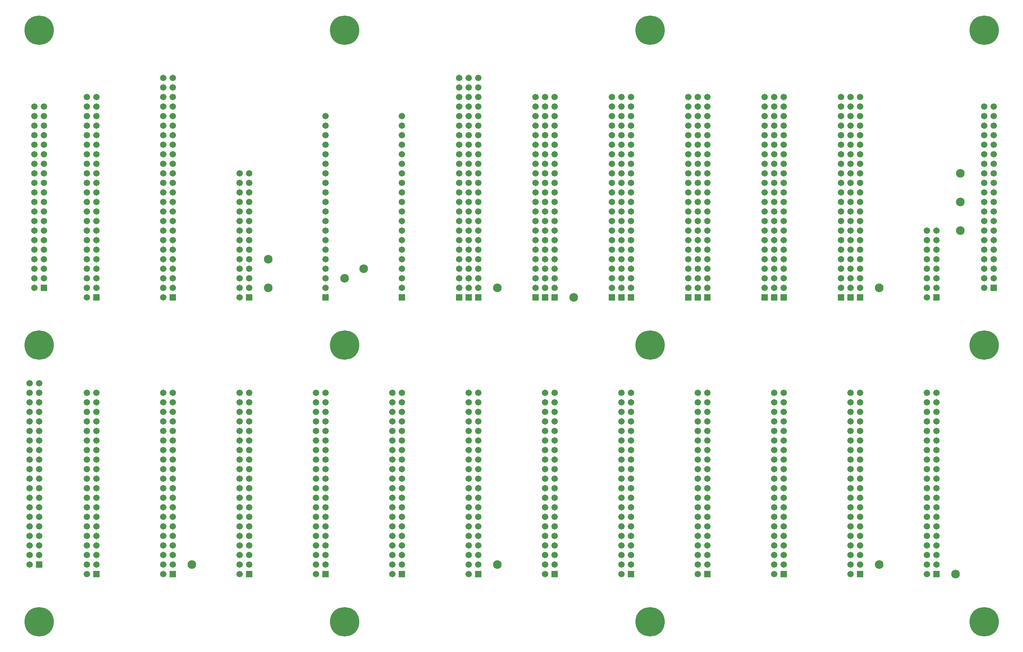
<source format=gbs>
G04*
G04 #@! TF.GenerationSoftware,Altium Limited,Altium Designer,21.9.1 (22)*
G04*
G04 Layer_Color=16711935*
%FSLAX25Y25*%
%MOIN*%
G70*
G04*
G04 #@! TF.SameCoordinates,5CC48E27-45B7-4BBA-8C32-B76E38F38EB5*
G04*
G04*
G04 #@! TF.FilePolarity,Negative*
G04*
G01*
G75*
%ADD14C,0.30800*%
%ADD15R,0.06706X0.06706*%
%ADD16C,0.06706*%
%ADD17C,0.09068*%
D14*
X1110000Y410000D02*
D03*
X440000D02*
D03*
X120000Y740000D02*
D03*
X760000Y410000D02*
D03*
X120000D02*
D03*
Y120000D02*
D03*
X1110000D02*
D03*
Y740000D02*
D03*
X440000Y120000D02*
D03*
X760000D02*
D03*
Y740000D02*
D03*
X440000D02*
D03*
D15*
X720000Y460000D02*
D03*
X800000D02*
D03*
X880000D02*
D03*
X960000D02*
D03*
X1060000D02*
D03*
X640000D02*
D03*
X560000D02*
D03*
X120000Y180000D02*
D03*
X580000Y460000D02*
D03*
X570000D02*
D03*
X340000Y170000D02*
D03*
X820000D02*
D03*
X1060000D02*
D03*
X890000Y460000D02*
D03*
X900000D02*
D03*
X1120000Y470000D02*
D03*
X900000Y170000D02*
D03*
X125000Y470000D02*
D03*
X260000Y460000D02*
D03*
X820000D02*
D03*
X810000D02*
D03*
X650000D02*
D03*
X660000D02*
D03*
X970000D02*
D03*
X740000D02*
D03*
X980000D02*
D03*
X730000D02*
D03*
X180000D02*
D03*
X340000D02*
D03*
X420000D02*
D03*
X500000D02*
D03*
X180000Y170000D02*
D03*
X260000D02*
D03*
X420000D02*
D03*
X500000D02*
D03*
X580000D02*
D03*
X660000D02*
D03*
X740000D02*
D03*
X980000D02*
D03*
D16*
X720000Y470000D02*
D03*
Y480000D02*
D03*
Y490000D02*
D03*
Y500000D02*
D03*
Y510000D02*
D03*
Y520000D02*
D03*
Y530000D02*
D03*
Y540000D02*
D03*
Y550000D02*
D03*
Y560000D02*
D03*
Y570000D02*
D03*
Y580000D02*
D03*
Y590000D02*
D03*
Y600000D02*
D03*
Y610000D02*
D03*
Y620000D02*
D03*
Y630000D02*
D03*
Y640000D02*
D03*
Y650000D02*
D03*
Y660000D02*
D03*
Y670000D02*
D03*
X800000Y470000D02*
D03*
Y480000D02*
D03*
Y490000D02*
D03*
Y500000D02*
D03*
Y510000D02*
D03*
Y520000D02*
D03*
Y530000D02*
D03*
Y540000D02*
D03*
Y550000D02*
D03*
Y560000D02*
D03*
Y570000D02*
D03*
Y580000D02*
D03*
Y590000D02*
D03*
Y600000D02*
D03*
Y610000D02*
D03*
Y620000D02*
D03*
Y630000D02*
D03*
Y640000D02*
D03*
Y650000D02*
D03*
Y660000D02*
D03*
Y670000D02*
D03*
X880000Y470000D02*
D03*
Y480000D02*
D03*
Y490000D02*
D03*
Y500000D02*
D03*
Y510000D02*
D03*
Y520000D02*
D03*
Y530000D02*
D03*
Y540000D02*
D03*
Y550000D02*
D03*
Y560000D02*
D03*
Y570000D02*
D03*
Y580000D02*
D03*
Y590000D02*
D03*
Y600000D02*
D03*
Y610000D02*
D03*
Y620000D02*
D03*
Y630000D02*
D03*
Y640000D02*
D03*
Y650000D02*
D03*
Y660000D02*
D03*
Y670000D02*
D03*
X960000Y470000D02*
D03*
Y480000D02*
D03*
Y490000D02*
D03*
Y500000D02*
D03*
Y510000D02*
D03*
Y520000D02*
D03*
Y530000D02*
D03*
Y540000D02*
D03*
Y550000D02*
D03*
Y560000D02*
D03*
Y570000D02*
D03*
Y580000D02*
D03*
Y590000D02*
D03*
Y600000D02*
D03*
Y610000D02*
D03*
Y620000D02*
D03*
Y630000D02*
D03*
Y640000D02*
D03*
Y650000D02*
D03*
Y660000D02*
D03*
Y670000D02*
D03*
X1050000Y460000D02*
D03*
X1060000Y470000D02*
D03*
X1050000D02*
D03*
X1060000Y480000D02*
D03*
X1050000D02*
D03*
X1060000Y490000D02*
D03*
X1050000D02*
D03*
X1060000Y500000D02*
D03*
X1050000D02*
D03*
X1060000Y510000D02*
D03*
X1050000D02*
D03*
X1060000Y520000D02*
D03*
X1050000D02*
D03*
X1060000Y530000D02*
D03*
X1050000D02*
D03*
X640000Y470000D02*
D03*
Y480000D02*
D03*
Y490000D02*
D03*
Y500000D02*
D03*
Y510000D02*
D03*
Y520000D02*
D03*
Y530000D02*
D03*
Y540000D02*
D03*
Y550000D02*
D03*
Y560000D02*
D03*
Y570000D02*
D03*
Y580000D02*
D03*
Y590000D02*
D03*
Y600000D02*
D03*
Y610000D02*
D03*
Y620000D02*
D03*
Y630000D02*
D03*
Y640000D02*
D03*
Y650000D02*
D03*
Y660000D02*
D03*
Y670000D02*
D03*
X560000Y470000D02*
D03*
Y480000D02*
D03*
Y490000D02*
D03*
Y500000D02*
D03*
Y510000D02*
D03*
Y520000D02*
D03*
Y530000D02*
D03*
Y540000D02*
D03*
Y550000D02*
D03*
Y560000D02*
D03*
Y570000D02*
D03*
Y580000D02*
D03*
Y590000D02*
D03*
Y600000D02*
D03*
Y610000D02*
D03*
Y620000D02*
D03*
Y630000D02*
D03*
Y640000D02*
D03*
Y650000D02*
D03*
Y660000D02*
D03*
Y690000D02*
D03*
Y680000D02*
D03*
Y670000D02*
D03*
X110000Y180000D02*
D03*
X120000Y190000D02*
D03*
X110000D02*
D03*
X120000Y200000D02*
D03*
X110000D02*
D03*
X120000Y210000D02*
D03*
X110000D02*
D03*
X120000Y220000D02*
D03*
X110000D02*
D03*
X120000Y230000D02*
D03*
X110000D02*
D03*
X120000Y240000D02*
D03*
X110000D02*
D03*
X120000Y250000D02*
D03*
X110000D02*
D03*
X120000Y260000D02*
D03*
X110000D02*
D03*
X120000Y270000D02*
D03*
X110000D02*
D03*
X120000Y280000D02*
D03*
Y290000D02*
D03*
Y300000D02*
D03*
X110000D02*
D03*
X120000Y310000D02*
D03*
X110000D02*
D03*
X120000Y320000D02*
D03*
X110000D02*
D03*
X120000Y330000D02*
D03*
X110000D02*
D03*
X120000Y340000D02*
D03*
X110000D02*
D03*
X120000Y350000D02*
D03*
X110000D02*
D03*
X120000Y360000D02*
D03*
X110000D02*
D03*
X120000Y370000D02*
D03*
X110000D02*
D03*
Y280000D02*
D03*
Y290000D02*
D03*
X580000Y470000D02*
D03*
Y480000D02*
D03*
Y490000D02*
D03*
Y500000D02*
D03*
Y510000D02*
D03*
Y520000D02*
D03*
Y530000D02*
D03*
Y540000D02*
D03*
Y550000D02*
D03*
Y560000D02*
D03*
Y570000D02*
D03*
Y580000D02*
D03*
Y590000D02*
D03*
Y600000D02*
D03*
Y610000D02*
D03*
Y620000D02*
D03*
Y630000D02*
D03*
Y640000D02*
D03*
Y650000D02*
D03*
Y660000D02*
D03*
Y670000D02*
D03*
Y680000D02*
D03*
Y690000D02*
D03*
X570000Y470000D02*
D03*
Y480000D02*
D03*
Y490000D02*
D03*
Y500000D02*
D03*
Y510000D02*
D03*
Y520000D02*
D03*
Y530000D02*
D03*
Y540000D02*
D03*
Y550000D02*
D03*
Y560000D02*
D03*
Y570000D02*
D03*
Y580000D02*
D03*
Y590000D02*
D03*
Y600000D02*
D03*
Y610000D02*
D03*
Y620000D02*
D03*
Y630000D02*
D03*
Y640000D02*
D03*
Y650000D02*
D03*
Y660000D02*
D03*
Y670000D02*
D03*
Y680000D02*
D03*
Y690000D02*
D03*
X340000Y310000D02*
D03*
Y300000D02*
D03*
Y290000D02*
D03*
Y320000D02*
D03*
Y330000D02*
D03*
Y360000D02*
D03*
Y280000D02*
D03*
Y270000D02*
D03*
X330000Y360000D02*
D03*
Y350000D02*
D03*
Y340000D02*
D03*
Y330000D02*
D03*
Y320000D02*
D03*
Y310000D02*
D03*
Y300000D02*
D03*
Y290000D02*
D03*
Y280000D02*
D03*
Y270000D02*
D03*
Y260000D02*
D03*
Y250000D02*
D03*
Y240000D02*
D03*
Y230000D02*
D03*
Y220000D02*
D03*
Y210000D02*
D03*
Y200000D02*
D03*
Y190000D02*
D03*
X340000Y350000D02*
D03*
Y340000D02*
D03*
Y260000D02*
D03*
Y250000D02*
D03*
Y240000D02*
D03*
Y230000D02*
D03*
Y220000D02*
D03*
Y210000D02*
D03*
Y200000D02*
D03*
Y190000D02*
D03*
X330000Y180000D02*
D03*
X340000D02*
D03*
X330000Y170000D02*
D03*
X820000Y310000D02*
D03*
Y300000D02*
D03*
Y290000D02*
D03*
Y320000D02*
D03*
Y330000D02*
D03*
Y360000D02*
D03*
Y280000D02*
D03*
Y270000D02*
D03*
X810000Y360000D02*
D03*
Y350000D02*
D03*
Y340000D02*
D03*
Y330000D02*
D03*
Y320000D02*
D03*
Y310000D02*
D03*
Y300000D02*
D03*
Y290000D02*
D03*
Y280000D02*
D03*
Y270000D02*
D03*
Y260000D02*
D03*
Y250000D02*
D03*
Y240000D02*
D03*
Y230000D02*
D03*
Y220000D02*
D03*
Y210000D02*
D03*
Y200000D02*
D03*
Y190000D02*
D03*
X820000Y350000D02*
D03*
Y340000D02*
D03*
Y260000D02*
D03*
Y250000D02*
D03*
Y240000D02*
D03*
Y230000D02*
D03*
Y220000D02*
D03*
Y210000D02*
D03*
Y200000D02*
D03*
Y190000D02*
D03*
X810000Y180000D02*
D03*
X820000D02*
D03*
X810000Y170000D02*
D03*
X1060000Y310000D02*
D03*
Y300000D02*
D03*
Y290000D02*
D03*
Y320000D02*
D03*
Y330000D02*
D03*
Y360000D02*
D03*
Y280000D02*
D03*
Y270000D02*
D03*
X1050000Y360000D02*
D03*
Y350000D02*
D03*
Y340000D02*
D03*
Y330000D02*
D03*
Y320000D02*
D03*
Y310000D02*
D03*
Y300000D02*
D03*
Y290000D02*
D03*
Y280000D02*
D03*
Y270000D02*
D03*
Y260000D02*
D03*
Y250000D02*
D03*
Y240000D02*
D03*
Y230000D02*
D03*
Y220000D02*
D03*
Y210000D02*
D03*
Y200000D02*
D03*
Y190000D02*
D03*
X1060000Y350000D02*
D03*
Y340000D02*
D03*
Y260000D02*
D03*
Y250000D02*
D03*
Y240000D02*
D03*
Y230000D02*
D03*
Y220000D02*
D03*
Y210000D02*
D03*
Y200000D02*
D03*
Y190000D02*
D03*
X1050000Y180000D02*
D03*
X1060000D02*
D03*
X1050000Y170000D02*
D03*
X890000Y470000D02*
D03*
Y480000D02*
D03*
Y490000D02*
D03*
Y500000D02*
D03*
Y510000D02*
D03*
Y520000D02*
D03*
Y530000D02*
D03*
Y540000D02*
D03*
Y550000D02*
D03*
Y560000D02*
D03*
Y570000D02*
D03*
Y580000D02*
D03*
Y590000D02*
D03*
Y600000D02*
D03*
Y610000D02*
D03*
Y620000D02*
D03*
Y630000D02*
D03*
Y640000D02*
D03*
Y650000D02*
D03*
Y660000D02*
D03*
Y670000D02*
D03*
X900000Y470000D02*
D03*
Y480000D02*
D03*
Y490000D02*
D03*
Y500000D02*
D03*
Y510000D02*
D03*
Y520000D02*
D03*
Y530000D02*
D03*
Y540000D02*
D03*
Y550000D02*
D03*
Y560000D02*
D03*
Y570000D02*
D03*
Y580000D02*
D03*
Y590000D02*
D03*
Y600000D02*
D03*
Y610000D02*
D03*
Y620000D02*
D03*
Y630000D02*
D03*
Y640000D02*
D03*
Y650000D02*
D03*
Y660000D02*
D03*
Y670000D02*
D03*
X1110000Y470000D02*
D03*
X1120000Y480000D02*
D03*
X1110000D02*
D03*
X1120000Y490000D02*
D03*
X1110000D02*
D03*
X1120000Y500000D02*
D03*
X1110000D02*
D03*
X1120000Y510000D02*
D03*
X1110000D02*
D03*
X1120000Y520000D02*
D03*
X1110000D02*
D03*
X1120000Y530000D02*
D03*
X1110000D02*
D03*
X1120000Y540000D02*
D03*
X1110000D02*
D03*
X1120000Y550000D02*
D03*
X1110000D02*
D03*
X1120000Y560000D02*
D03*
X1110000D02*
D03*
X1120000Y570000D02*
D03*
X1110000D02*
D03*
X1120000Y580000D02*
D03*
X1110000D02*
D03*
X1120000Y590000D02*
D03*
X1110000D02*
D03*
X1120000Y600000D02*
D03*
X1110000D02*
D03*
X1120000Y610000D02*
D03*
X1110000D02*
D03*
X1120000Y620000D02*
D03*
X1110000D02*
D03*
X1120000Y630000D02*
D03*
X1110000D02*
D03*
X1120000Y640000D02*
D03*
X1110000D02*
D03*
X1120000Y650000D02*
D03*
X1110000D02*
D03*
X1120000Y660000D02*
D03*
X1110000D02*
D03*
X900000Y310000D02*
D03*
Y300000D02*
D03*
Y290000D02*
D03*
Y320000D02*
D03*
Y330000D02*
D03*
Y360000D02*
D03*
Y280000D02*
D03*
Y270000D02*
D03*
X890000Y360000D02*
D03*
Y350000D02*
D03*
Y340000D02*
D03*
Y330000D02*
D03*
Y320000D02*
D03*
Y310000D02*
D03*
Y300000D02*
D03*
Y290000D02*
D03*
Y280000D02*
D03*
Y270000D02*
D03*
Y260000D02*
D03*
Y250000D02*
D03*
Y240000D02*
D03*
Y230000D02*
D03*
Y220000D02*
D03*
Y210000D02*
D03*
Y200000D02*
D03*
Y190000D02*
D03*
X900000Y350000D02*
D03*
Y340000D02*
D03*
Y260000D02*
D03*
Y250000D02*
D03*
Y240000D02*
D03*
Y230000D02*
D03*
Y220000D02*
D03*
Y210000D02*
D03*
Y200000D02*
D03*
Y190000D02*
D03*
X890000Y180000D02*
D03*
X900000D02*
D03*
X890000Y170000D02*
D03*
X115000Y470000D02*
D03*
X125000Y480000D02*
D03*
X115000D02*
D03*
Y490000D02*
D03*
Y500000D02*
D03*
Y510000D02*
D03*
Y520000D02*
D03*
Y530000D02*
D03*
Y540000D02*
D03*
Y550000D02*
D03*
Y560000D02*
D03*
Y570000D02*
D03*
Y580000D02*
D03*
Y590000D02*
D03*
Y600000D02*
D03*
Y610000D02*
D03*
Y620000D02*
D03*
Y630000D02*
D03*
Y640000D02*
D03*
Y650000D02*
D03*
Y660000D02*
D03*
X125000D02*
D03*
Y650000D02*
D03*
Y640000D02*
D03*
Y630000D02*
D03*
Y620000D02*
D03*
Y610000D02*
D03*
Y600000D02*
D03*
Y590000D02*
D03*
Y580000D02*
D03*
Y570000D02*
D03*
Y560000D02*
D03*
Y550000D02*
D03*
Y540000D02*
D03*
Y530000D02*
D03*
Y520000D02*
D03*
Y510000D02*
D03*
Y500000D02*
D03*
Y490000D02*
D03*
X250000Y460000D02*
D03*
X260000Y470000D02*
D03*
X250000D02*
D03*
X260000Y480000D02*
D03*
X250000D02*
D03*
X260000Y490000D02*
D03*
X250000D02*
D03*
X260000Y500000D02*
D03*
X250000D02*
D03*
X260000Y510000D02*
D03*
X250000D02*
D03*
X260000Y520000D02*
D03*
X250000D02*
D03*
X260000Y530000D02*
D03*
X250000D02*
D03*
X260000Y540000D02*
D03*
X250000D02*
D03*
X260000Y550000D02*
D03*
X250000D02*
D03*
X260000Y560000D02*
D03*
X250000D02*
D03*
X260000Y570000D02*
D03*
X250000D02*
D03*
X260000Y580000D02*
D03*
X250000D02*
D03*
X260000Y590000D02*
D03*
X250000D02*
D03*
X260000Y600000D02*
D03*
X250000D02*
D03*
X260000Y610000D02*
D03*
X250000D02*
D03*
X260000Y620000D02*
D03*
X250000D02*
D03*
X260000Y630000D02*
D03*
X250000D02*
D03*
X260000Y640000D02*
D03*
X250000D02*
D03*
X260000Y650000D02*
D03*
X250000D02*
D03*
X260000Y660000D02*
D03*
X250000D02*
D03*
X260000Y670000D02*
D03*
X250000D02*
D03*
X260000Y680000D02*
D03*
X250000D02*
D03*
X260000Y690000D02*
D03*
X250000D02*
D03*
X820000Y670000D02*
D03*
Y660000D02*
D03*
Y650000D02*
D03*
Y640000D02*
D03*
Y630000D02*
D03*
Y620000D02*
D03*
Y610000D02*
D03*
Y600000D02*
D03*
Y590000D02*
D03*
Y580000D02*
D03*
Y570000D02*
D03*
Y560000D02*
D03*
Y550000D02*
D03*
Y540000D02*
D03*
Y530000D02*
D03*
Y520000D02*
D03*
Y510000D02*
D03*
Y500000D02*
D03*
Y490000D02*
D03*
Y480000D02*
D03*
Y470000D02*
D03*
X810000Y670000D02*
D03*
Y660000D02*
D03*
Y650000D02*
D03*
Y640000D02*
D03*
Y630000D02*
D03*
Y620000D02*
D03*
Y610000D02*
D03*
Y600000D02*
D03*
Y590000D02*
D03*
Y580000D02*
D03*
Y570000D02*
D03*
Y560000D02*
D03*
Y550000D02*
D03*
Y540000D02*
D03*
Y530000D02*
D03*
Y520000D02*
D03*
Y510000D02*
D03*
Y500000D02*
D03*
Y490000D02*
D03*
Y480000D02*
D03*
Y470000D02*
D03*
X650000Y670000D02*
D03*
Y660000D02*
D03*
Y650000D02*
D03*
Y640000D02*
D03*
Y630000D02*
D03*
Y620000D02*
D03*
Y610000D02*
D03*
Y600000D02*
D03*
Y590000D02*
D03*
Y580000D02*
D03*
Y570000D02*
D03*
Y560000D02*
D03*
Y550000D02*
D03*
Y540000D02*
D03*
Y530000D02*
D03*
Y520000D02*
D03*
Y510000D02*
D03*
Y500000D02*
D03*
Y490000D02*
D03*
Y480000D02*
D03*
Y470000D02*
D03*
X660000Y670000D02*
D03*
Y660000D02*
D03*
Y650000D02*
D03*
Y640000D02*
D03*
Y630000D02*
D03*
Y620000D02*
D03*
Y610000D02*
D03*
Y600000D02*
D03*
Y590000D02*
D03*
Y580000D02*
D03*
Y570000D02*
D03*
Y560000D02*
D03*
Y550000D02*
D03*
Y540000D02*
D03*
Y530000D02*
D03*
Y520000D02*
D03*
Y510000D02*
D03*
Y500000D02*
D03*
Y490000D02*
D03*
Y480000D02*
D03*
Y470000D02*
D03*
X970000Y670000D02*
D03*
Y660000D02*
D03*
Y650000D02*
D03*
Y640000D02*
D03*
Y630000D02*
D03*
Y620000D02*
D03*
Y610000D02*
D03*
Y600000D02*
D03*
Y590000D02*
D03*
Y580000D02*
D03*
Y570000D02*
D03*
Y560000D02*
D03*
Y550000D02*
D03*
Y540000D02*
D03*
Y530000D02*
D03*
Y520000D02*
D03*
Y510000D02*
D03*
Y500000D02*
D03*
Y490000D02*
D03*
Y480000D02*
D03*
Y470000D02*
D03*
X740000Y670000D02*
D03*
Y660000D02*
D03*
Y650000D02*
D03*
Y640000D02*
D03*
Y630000D02*
D03*
Y620000D02*
D03*
Y610000D02*
D03*
Y600000D02*
D03*
Y590000D02*
D03*
Y580000D02*
D03*
Y570000D02*
D03*
Y560000D02*
D03*
Y550000D02*
D03*
Y540000D02*
D03*
Y530000D02*
D03*
Y520000D02*
D03*
Y510000D02*
D03*
Y500000D02*
D03*
Y490000D02*
D03*
Y480000D02*
D03*
Y470000D02*
D03*
X980000Y670000D02*
D03*
Y660000D02*
D03*
Y650000D02*
D03*
Y640000D02*
D03*
Y630000D02*
D03*
Y620000D02*
D03*
Y610000D02*
D03*
Y600000D02*
D03*
Y590000D02*
D03*
Y580000D02*
D03*
Y570000D02*
D03*
Y560000D02*
D03*
Y550000D02*
D03*
Y540000D02*
D03*
Y530000D02*
D03*
Y520000D02*
D03*
Y510000D02*
D03*
Y500000D02*
D03*
Y490000D02*
D03*
Y480000D02*
D03*
Y470000D02*
D03*
X730000Y670000D02*
D03*
Y660000D02*
D03*
Y650000D02*
D03*
Y640000D02*
D03*
Y630000D02*
D03*
Y620000D02*
D03*
Y610000D02*
D03*
Y600000D02*
D03*
Y590000D02*
D03*
Y580000D02*
D03*
Y570000D02*
D03*
Y560000D02*
D03*
Y550000D02*
D03*
Y540000D02*
D03*
Y530000D02*
D03*
Y520000D02*
D03*
Y510000D02*
D03*
Y500000D02*
D03*
Y490000D02*
D03*
Y480000D02*
D03*
Y470000D02*
D03*
X170000D02*
D03*
Y460000D02*
D03*
X180000Y470000D02*
D03*
Y480000D02*
D03*
X170000D02*
D03*
X180000Y490000D02*
D03*
X170000D02*
D03*
X180000Y500000D02*
D03*
X170000D02*
D03*
X180000Y510000D02*
D03*
X170000D02*
D03*
X180000Y520000D02*
D03*
X170000D02*
D03*
X180000Y530000D02*
D03*
X170000D02*
D03*
X180000Y540000D02*
D03*
X170000D02*
D03*
X180000Y550000D02*
D03*
X170000D02*
D03*
X180000Y560000D02*
D03*
X170000D02*
D03*
X180000Y570000D02*
D03*
X170000D02*
D03*
X180000Y580000D02*
D03*
X170000D02*
D03*
X180000Y590000D02*
D03*
X170000D02*
D03*
X180000Y600000D02*
D03*
X170000D02*
D03*
X180000Y610000D02*
D03*
X170000D02*
D03*
X180000Y620000D02*
D03*
X170000D02*
D03*
X180000Y630000D02*
D03*
X170000D02*
D03*
X180000Y640000D02*
D03*
X170000D02*
D03*
X180000Y650000D02*
D03*
X170000D02*
D03*
X180000Y660000D02*
D03*
X170000D02*
D03*
X180000Y670000D02*
D03*
X170000D02*
D03*
X330000Y460000D02*
D03*
X340000Y470000D02*
D03*
X330000D02*
D03*
X340000Y480000D02*
D03*
X330000D02*
D03*
X340000Y490000D02*
D03*
X330000D02*
D03*
X340000Y500000D02*
D03*
X330000D02*
D03*
X340000Y510000D02*
D03*
X330000D02*
D03*
X340000Y520000D02*
D03*
X330000D02*
D03*
X340000Y530000D02*
D03*
X330000D02*
D03*
X340000Y540000D02*
D03*
X330000D02*
D03*
X340000Y550000D02*
D03*
X330000D02*
D03*
X340000Y560000D02*
D03*
X330000D02*
D03*
X340000Y570000D02*
D03*
X330000D02*
D03*
X340000Y580000D02*
D03*
X330000D02*
D03*
X340000Y590000D02*
D03*
X330000D02*
D03*
X420000Y650000D02*
D03*
Y640000D02*
D03*
Y630000D02*
D03*
Y620000D02*
D03*
Y610000D02*
D03*
Y600000D02*
D03*
Y590000D02*
D03*
Y580000D02*
D03*
Y570000D02*
D03*
Y560000D02*
D03*
Y550000D02*
D03*
Y540000D02*
D03*
Y530000D02*
D03*
Y520000D02*
D03*
Y510000D02*
D03*
Y500000D02*
D03*
Y490000D02*
D03*
Y480000D02*
D03*
Y470000D02*
D03*
X500000Y650000D02*
D03*
Y640000D02*
D03*
Y630000D02*
D03*
Y620000D02*
D03*
Y610000D02*
D03*
Y600000D02*
D03*
Y590000D02*
D03*
Y580000D02*
D03*
Y570000D02*
D03*
Y560000D02*
D03*
Y550000D02*
D03*
Y540000D02*
D03*
Y530000D02*
D03*
Y520000D02*
D03*
Y510000D02*
D03*
Y500000D02*
D03*
Y490000D02*
D03*
Y480000D02*
D03*
Y470000D02*
D03*
X170000Y170000D02*
D03*
X180000Y180000D02*
D03*
X170000D02*
D03*
X180000Y190000D02*
D03*
Y200000D02*
D03*
Y210000D02*
D03*
Y220000D02*
D03*
Y230000D02*
D03*
Y240000D02*
D03*
Y250000D02*
D03*
Y260000D02*
D03*
Y340000D02*
D03*
Y350000D02*
D03*
X250000Y170000D02*
D03*
X260000Y180000D02*
D03*
X250000D02*
D03*
X260000Y190000D02*
D03*
Y200000D02*
D03*
Y210000D02*
D03*
Y220000D02*
D03*
Y230000D02*
D03*
Y240000D02*
D03*
Y250000D02*
D03*
Y260000D02*
D03*
Y340000D02*
D03*
Y350000D02*
D03*
X410000Y170000D02*
D03*
X420000Y180000D02*
D03*
X410000D02*
D03*
X420000Y190000D02*
D03*
Y200000D02*
D03*
Y210000D02*
D03*
Y220000D02*
D03*
Y230000D02*
D03*
Y240000D02*
D03*
Y250000D02*
D03*
Y260000D02*
D03*
Y340000D02*
D03*
Y350000D02*
D03*
X490000Y170000D02*
D03*
X500000Y180000D02*
D03*
X490000D02*
D03*
X500000Y190000D02*
D03*
Y200000D02*
D03*
Y210000D02*
D03*
Y220000D02*
D03*
Y230000D02*
D03*
Y240000D02*
D03*
Y250000D02*
D03*
Y260000D02*
D03*
Y340000D02*
D03*
Y350000D02*
D03*
X570000Y170000D02*
D03*
X580000Y180000D02*
D03*
X570000D02*
D03*
X580000Y190000D02*
D03*
Y200000D02*
D03*
Y210000D02*
D03*
Y220000D02*
D03*
Y230000D02*
D03*
Y240000D02*
D03*
Y250000D02*
D03*
Y260000D02*
D03*
Y340000D02*
D03*
Y350000D02*
D03*
X650000Y170000D02*
D03*
X660000Y180000D02*
D03*
X650000D02*
D03*
X660000Y190000D02*
D03*
Y200000D02*
D03*
Y210000D02*
D03*
Y220000D02*
D03*
Y230000D02*
D03*
Y240000D02*
D03*
Y250000D02*
D03*
Y260000D02*
D03*
Y340000D02*
D03*
Y350000D02*
D03*
X730000Y170000D02*
D03*
X740000Y180000D02*
D03*
X730000D02*
D03*
X740000Y190000D02*
D03*
Y200000D02*
D03*
Y210000D02*
D03*
Y220000D02*
D03*
Y230000D02*
D03*
Y240000D02*
D03*
Y250000D02*
D03*
Y260000D02*
D03*
Y340000D02*
D03*
Y350000D02*
D03*
X970000Y170000D02*
D03*
X980000Y180000D02*
D03*
X970000D02*
D03*
X980000Y190000D02*
D03*
Y200000D02*
D03*
Y210000D02*
D03*
Y220000D02*
D03*
Y230000D02*
D03*
Y240000D02*
D03*
Y250000D02*
D03*
Y260000D02*
D03*
Y340000D02*
D03*
Y350000D02*
D03*
X970000Y190000D02*
D03*
X730000D02*
D03*
X650000D02*
D03*
X570000D02*
D03*
X490000D02*
D03*
X410000D02*
D03*
X250000D02*
D03*
X170000D02*
D03*
X970000Y200000D02*
D03*
X730000D02*
D03*
X650000D02*
D03*
X570000D02*
D03*
X490000D02*
D03*
X410000D02*
D03*
X250000D02*
D03*
X170000D02*
D03*
X970000Y210000D02*
D03*
X730000D02*
D03*
X650000D02*
D03*
X570000D02*
D03*
X490000D02*
D03*
X410000D02*
D03*
X250000D02*
D03*
X170000D02*
D03*
X970000Y220000D02*
D03*
X730000D02*
D03*
X650000D02*
D03*
X570000D02*
D03*
X490000D02*
D03*
X410000D02*
D03*
X250000D02*
D03*
X170000D02*
D03*
X970000Y230000D02*
D03*
X730000D02*
D03*
X650000D02*
D03*
X570000D02*
D03*
X490000D02*
D03*
X410000D02*
D03*
X250000D02*
D03*
X170000D02*
D03*
X970000Y240000D02*
D03*
X730000D02*
D03*
X650000D02*
D03*
X570000D02*
D03*
X490000D02*
D03*
X410000D02*
D03*
X250000D02*
D03*
X170000D02*
D03*
X970000Y250000D02*
D03*
X730000D02*
D03*
X650000D02*
D03*
X570000D02*
D03*
X490000D02*
D03*
X410000D02*
D03*
X250000D02*
D03*
X170000D02*
D03*
X970000Y260000D02*
D03*
X730000D02*
D03*
X650000D02*
D03*
X570000D02*
D03*
X490000D02*
D03*
X410000D02*
D03*
X250000D02*
D03*
X170000D02*
D03*
X970000Y270000D02*
D03*
X730000D02*
D03*
X650000D02*
D03*
X570000D02*
D03*
X490000D02*
D03*
X410000D02*
D03*
X250000D02*
D03*
X170000D02*
D03*
X970000Y280000D02*
D03*
X730000D02*
D03*
X650000D02*
D03*
X570000D02*
D03*
X490000D02*
D03*
X410000D02*
D03*
X250000D02*
D03*
X170000D02*
D03*
X970000Y290000D02*
D03*
X730000D02*
D03*
X650000D02*
D03*
X570000D02*
D03*
X490000D02*
D03*
X410000D02*
D03*
X250000D02*
D03*
X170000D02*
D03*
X970000Y300000D02*
D03*
X730000D02*
D03*
X650000D02*
D03*
X570000D02*
D03*
X490000D02*
D03*
X410000D02*
D03*
X250000D02*
D03*
X170000D02*
D03*
X970000Y310000D02*
D03*
X730000D02*
D03*
X650000D02*
D03*
X570000D02*
D03*
X490000D02*
D03*
X410000D02*
D03*
X250000D02*
D03*
X170000D02*
D03*
X970000Y320000D02*
D03*
X730000D02*
D03*
X650000D02*
D03*
X570000D02*
D03*
X490000D02*
D03*
X410000D02*
D03*
X250000D02*
D03*
X170000D02*
D03*
X970000Y330000D02*
D03*
X730000D02*
D03*
X650000D02*
D03*
X570000D02*
D03*
X490000D02*
D03*
X410000D02*
D03*
X250000D02*
D03*
X170000D02*
D03*
X970000Y340000D02*
D03*
X730000D02*
D03*
X650000D02*
D03*
X570000D02*
D03*
X490000D02*
D03*
X410000D02*
D03*
X250000D02*
D03*
X170000D02*
D03*
X970000Y350000D02*
D03*
X730000D02*
D03*
X650000D02*
D03*
X570000D02*
D03*
X490000D02*
D03*
X410000D02*
D03*
X250000D02*
D03*
X170000D02*
D03*
X970000Y360000D02*
D03*
X730000D02*
D03*
X650000D02*
D03*
X570000D02*
D03*
X490000D02*
D03*
X410000D02*
D03*
X250000D02*
D03*
X170000D02*
D03*
X980000Y270000D02*
D03*
X740000D02*
D03*
X660000D02*
D03*
X580000D02*
D03*
X500000D02*
D03*
X420000D02*
D03*
X260000D02*
D03*
X180000D02*
D03*
X980000Y280000D02*
D03*
X740000D02*
D03*
X660000D02*
D03*
X580000D02*
D03*
X500000D02*
D03*
X420000D02*
D03*
X260000D02*
D03*
X180000D02*
D03*
Y360000D02*
D03*
X260000D02*
D03*
X420000D02*
D03*
X500000D02*
D03*
X580000D02*
D03*
X660000D02*
D03*
X740000D02*
D03*
X980000D02*
D03*
Y330000D02*
D03*
X740000D02*
D03*
X660000D02*
D03*
X580000D02*
D03*
X500000D02*
D03*
X420000D02*
D03*
X260000D02*
D03*
X180000D02*
D03*
X980000Y320000D02*
D03*
X740000D02*
D03*
X660000D02*
D03*
X580000D02*
D03*
X500000D02*
D03*
X420000D02*
D03*
X260000D02*
D03*
X180000D02*
D03*
X980000Y290000D02*
D03*
X740000D02*
D03*
X660000D02*
D03*
X580000D02*
D03*
X500000D02*
D03*
X420000D02*
D03*
X260000D02*
D03*
X180000D02*
D03*
X980000Y300000D02*
D03*
X740000D02*
D03*
X660000D02*
D03*
X580000D02*
D03*
X500000D02*
D03*
X420000D02*
D03*
X260000D02*
D03*
X180000D02*
D03*
X980000Y310000D02*
D03*
X740000D02*
D03*
X660000D02*
D03*
X580000D02*
D03*
X500000D02*
D03*
X420000D02*
D03*
X260000D02*
D03*
X180000D02*
D03*
D17*
X680000Y460000D02*
D03*
X600000Y470000D02*
D03*
X1000000Y180000D02*
D03*
X1080000Y170000D02*
D03*
X460000Y490000D02*
D03*
X1085000Y560000D02*
D03*
Y590000D02*
D03*
Y530000D02*
D03*
X440000Y480000D02*
D03*
X360000Y500000D02*
D03*
Y470000D02*
D03*
X280000Y180000D02*
D03*
X600000D02*
D03*
X1000000Y470000D02*
D03*
M02*

</source>
